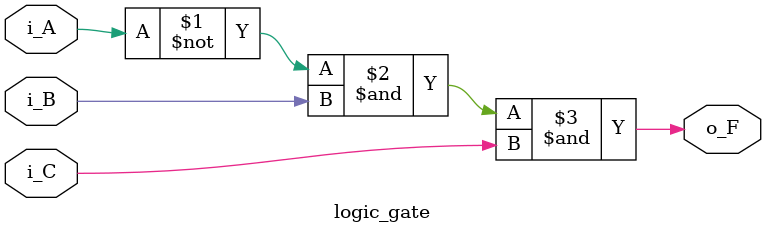
<source format=v>
module logic_gate(
    input i_A,
    input i_B,
    input i_C,
    output o_F
);
    assign o_F = (~i_A) & i_B & i_C;
endmodule

</source>
